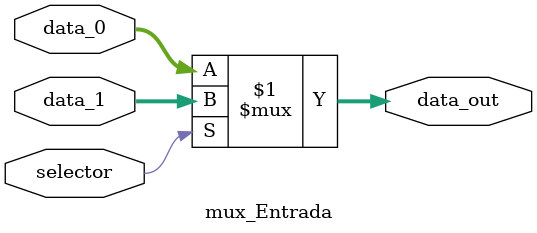
<source format=v>
module mux_Entrada(

    input  wire        selector,
    input  wire [31:0] data_0,
    input  wire [31:0] data_1,
    output wire [31:0] data_out

);

assign data_out = (selector) ? data_1 : data_0;

endmodule
</source>
